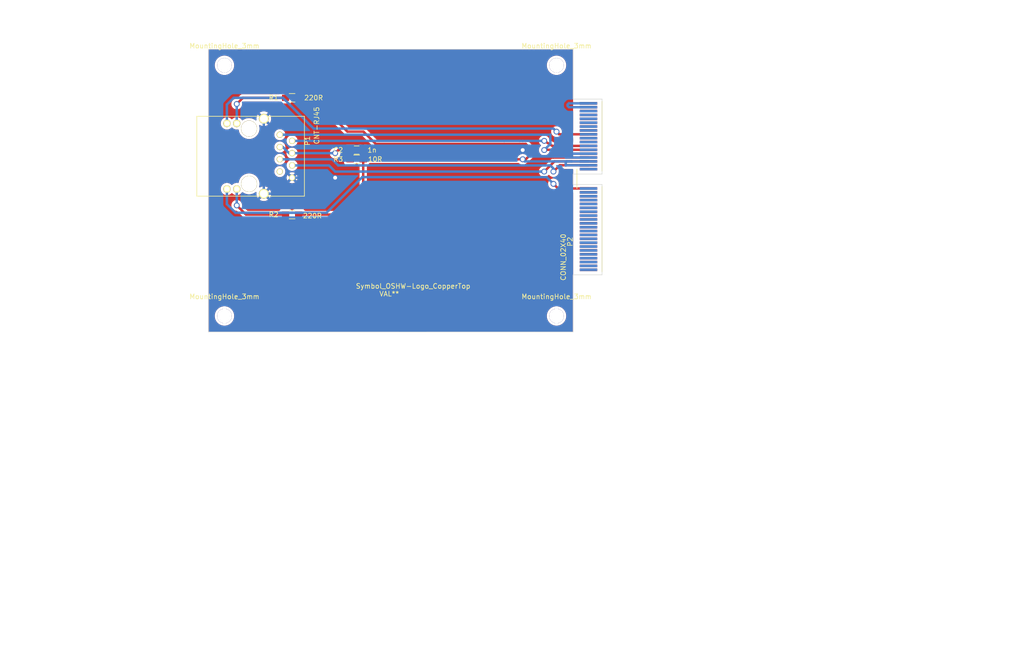
<source format=kicad_pcb>
(kicad_pcb (version 20221018) (generator pcbnew)
  (layers (0 "F.Cu" signal) (31 "B.Cu" signal) (34 "B.Paste" user) (35 "F.Paste" user) (36 "B.SilkS" user "B.Silkscreen") (37 "F.SilkS" user "F.Silkscreen") (38 "B.Mask" user) (39 "F.Mask" user) (44 "Edge.Cuts" user))
  (net 0 "")
  (net 1 "GND")
  (net 2 "Net-(C2-Pad2)")
  (net 3 "Net-(P2-Pad1)")
  (net 4 "Net-(P2-Pad2)")
  (net 5 "Net-(P2-Pad3)")
  (net 6 "Net-(P2-Pad4)")
  (net 7 "Net-(P2-Pad5)")
  (net 8 "Net-(P2-Pad6)")
  (net 9 "Net-(P2-Pad7)")
  (net 10 "Net-(P2-Pad8)")
  (net 11 "Net-(P2-Pad9)")
  (net 12 "Net-(P2-Pad10)")
  (net 13 "Net-(P2-Pad11)")
  (net 14 "Net-(P2-Pad12)")
  (net 15 "Net-(P2-Pad13)")
  (net 16 "Net-(P2-Pad14)")
  (net 17 "Net-(P2-Pad15)")
  (net 18 "Net-(P2-Pad16)")
  (net 19 "Net-(P2-Pad17)")
  (net 20 "Net-(P2-Pad18)")
  (net 21 "Net-(P2-Pad20)")
  (net 22 "Net-(P2-Pad19)")
  (net 23 "Net-(P2-Pad22)")
  (net 24 "Net-(P2-Pad21)")
  (net 25 "Net-(P2-Pad24)")
  (net 26 "Net-(P2-Pad23)")
  (net 27 "Net-(P2-Pad26)")
  (net 28 "Net-(P2-Pad25)")
  (net 29 "Net-(P2-Pad28)")
  (net 30 "Net-(P2-Pad27)")
  (net 31 "Net-(P2-Pad30)")
  (net 32 "Net-(P2-Pad29)")
  (net 33 "Net-(P2-Pad32)")
  (net 34 "Net-(P2-Pad31)")
  (net 35 "Net-(P2-Pad34)")
  (net 36 "Net-(P2-Pad33)")
  (net 37 "Net-(P2-Pad36)")
  (net 38 "Net-(P2-Pad35)")
  (net 39 "Net-(P2-Pad38)")
  (net 40 "Net-(P2-Pad37)")
  (net 41 "Net-(P2-Pad40)")
  (net 42 "Net-(P2-Pad39)")
  (net 43 "Net-(P2-Pad42)")
  (net 44 "Net-(P2-Pad41)")
  (net 45 "Net-(P2-Pad44)")
  (net 46 "LED2")
  (net 47 "Net-(P2-Pad45)")
  (net 48 "Net-(P2-Pad46)")
  (net 49 "TX+")
  (net 50 "+3V3")
  (net 51 "TX-")
  (net 52 "RX+")
  (net 53 "Net-(P2-Pad56)")
  (net 54 "RX-")
  (net 55 "Net-(P2-Pad58)")
  (net 56 "Net-(P2-Pad59)")
  (net 57 "Net-(P2-Pad60)")
  (net 58 "Net-(P2-Pad61)")
  (net 59 "Net-(P2-Pad62)")
  (net 60 "LED1")
  (net 61 "Net-(P2-Pad64)")
  (net 62 "Net-(P2-Pad65)")
  (net 63 "Net-(P2-Pad66)")
  (net 64 "Net-(P2-Pad67)")
  (net 65 "Net-(P2-Pad68)")
  (net 66 "Net-(P2-Pad69)")
  (net 67 "Net-(P2-Pad70)")
  (net 68 "Net-(P2-Pad71)")
  (net 69 "Net-(P2-Pad72)")
  (net 70 "Net-(P2-Pad73)")
  (net 71 "Net-(P2-Pad74)")
  (net 72 "Net-(P2-Pad75)")
  (net 73 "Net-(P2-Pad76)")
  (net 74 "Net-(P2-Pad77)")
  (net 75 "Net-(P2-Pad78)")
  (net 76 "Net-(P2-Pad79)")
  (net 77 "Net-(P1-Pad11)")
  (net 78 "Net-(P1-Pad13)")
  (net 79 "Net-(P1-Pad7)")
  (footprint "Capacitors_SMD:C_0805_HandSoldering" (layer "F.Cu") (at 142.875 80.01 180)
    (fp_text reference "C2" (at 3.81 0 180) (layer "F.SilkS"))
    (fp_text value "1n" (at -3.175 0 180) (layer "F.SilkS"))
    (fp_line (start -0.5 0.85) (end 0.5 0.85) (stroke (width 0.15)) (layer "F.SilkS"))
    (fp_line (start 0.5 -0.85) (end -0.5 -0.85) (stroke (width 0.15)) (layer "F.SilkS"))
    (pad "1" smd rect (at -1.25 0 180) (size 1.5 1.25) (layers "F.Cu" "F.Paste" "F.Mask") (net 1 "GND"))
    (pad "2" smd rect (at 1.25 0 180) (size 1.5 1.25) (layers "F.Cu" "F.Paste" "F.Mask") (net 2 "Net-(C2-Pad2)"))
  )
  (footprint "awallin:cardedge_40x2" (layer "F.Cu") (at 190.754 104.75)
    (fp_text reference "P2" (at -3.8 -5.8 90) (layer "F.SilkS"))
    (fp_text value "CONN_02X40" (at -5.2 -2.6 90) (layer "F.SilkS"))
    (fp_line (start -2.4 -16.8) (end -2.4 -20.8) (stroke (width 0.15)) (layer "F.SilkS"))
    (fp_line (start 2.8 -20.4) (end 2.8 -34.8) (stroke (width 0.15)) (layer "F.SilkS"))
    (fp_line (start 2.8 0.4) (end 2.8 -17.2) (stroke (width 0.15)) (layer "F.SilkS"))
    (pad "1" connect rect (at 0 0) (size 3.6 0.55) (layers "F.Cu" "F.Mask") (net 3 "Net-(P2-Pad1)"))
    (pad "2" connect rect (at 0 0) (size 3.6 0.55) (layers "B.Cu" "F.Mask") (net 4 "Net-(P2-Pad2)"))
    (pad "3" connect rect (at 0 -0.8) (size 3.6 0.55) (layers "F.Cu" "F.Mask") (net 5 "Net-(P2-Pad3)"))
    (pad "4" connect rect (at 0 -0.8) (size 3.6 0.55) (layers "B.Cu" "F.Mask") (net 6 "Net-(P2-Pad4)"))
    (pad "5" connect rect (at 0 -1.6) (size 3.6 0.55) (layers "F.Cu" "F.Mask") (net 7 "Net-(P2-Pad5)"))
    (pad "6" connect rect (at 0 -1.6) (size 3.6 0.55) (layers "B.Cu" "F.Mask") (net 8 "Net-(P2-Pad6)"))
    (pad "7" connect rect (at 0 -2.4) (size 3.6 0.55) (layers "F.Cu" "F.Mask") (net 9 "Net-(P2-Pad7)"))
    (pad "8" connect rect (at 0 -2.4) (size 3.6 0.55) (layers "B.Cu" "F.Mask") (net 10 "Net-(P2-Pad8)"))
    (pad "9" connect rect (at 0 -3.2) (size 3.6 0.55) (layers "F.Cu" "F.Mask") (net 11 "Net-(P2-Pad9)"))
    (pad "10" connect rect (at 0 -3.2) (size 3.6 0.55) (layers "B.Cu" "F.Mask") (net 12 "Net-(P2-Pad10)"))
    (pad "11" connect rect (at 0 -4) (size 3.6 0.55) (layers "F.Cu" "F.Mask") (net 13 "Net-(P2-Pad11)"))
    (pad "12" connect rect (at 0 -4) (size 3.6 0.55) (layers "B.Cu" "F.Mask") (net 14 "Net-(P2-Pad12)"))
    (pad "13" connect rect (at 0 -4.8) (size 3.6 0.55) (layers "F.Cu" "F.Mask") (net 15 "Net-(P2-Pad13)"))
    (pad "14" connect rect (at 0 -4.8) (size 3.6 0.55) (layers "B.Cu" "F.Mask") (net 16 "Net-(P2-Pad14)"))
    (pad "15" connect rect (at 0 -5.6) (size 3.6 0.55) (layers "F.Cu" "F.Mask") (net 17 "Net-(P2-Pad15)"))
    (pad "16" connect rect (at 0 -5.6) (size 3.6 0.55) (layers "B.Cu" "F.Mask") (net 18 "Net-(P2-Pad16)"))
    (pad "17" connect rect (at 0 -6.4) (size 3.6 0.55) (layers "F.Cu" "F.Mask") (net 19 "Net-(P2-Pad17)"))
    (pad "18" connect rect (at 0 -6.4) (size 3.6 0.55) (layers "B.Cu" "F.Mask") (net 20 "Net-(P2-Pad18)"))
    (pad "19" connect rect (at 0 -7.2) (size 3.6 0.55) (layers "F.Cu" "F.Mask") (net 22 "Net-(P2-Pad19)"))
    (pad "20" connect rect (at 0 -7.2) (size 3.6 0.55) (layers "B.Cu" "F.Mask") (net 21 "Net-(P2-Pad20)"))
    (pad "21" connect rect (at 0 -8) (size 3.6 0.55) (layers "F.Cu" "F.Mask") (net 24 "Net-(P2-Pad21)"))
    (pad "22" connect rect (at 0 -8) (size 3.6 0.55) (layers "B.Cu" "F.Mask") (net 23 "Net-(P2-Pad22)"))
    (pad "23" connect rect (at 0 -8.8) (size 3.6 0.55) (layers "F.Cu" "F.Mask") (net 26 "Net-(P2-Pad23)"))
    (pad "24" connect rect (at 0 -8.8) (size 3.6 0.55) (layers "B.Cu" "F.Mask") (net 25 "Net-(P2-Pad24)"))
    (pad "25" connect rect (at 0 -9.6) (size 3.6 0.55) (layers "F.Cu" "F.Mask") (net 28 "Net-(P2-Pad25)"))
    (pad "26" connect rect (at 0 -9.6) (size 3.6 0.55) (layers "B.Cu" "F.Mask") (net 27 "Net-(P2-Pad26)"))
    (pad "27" connect rect (at 0 -10.4) (size 3.6 0.55) (layers "F.Cu" "F.Mask") (net 30 "Net-(P2-Pad27)"))
    (pad "28" connect rect (at 0 -10.4) (size 3.6 0.55) (layers "B.Cu" "F.Mask") (net 29 "Net-(P2-Pad28)"))
    (pad "29" connect rect (at 0 -11.2) (size 3.6 0.55) (layers "F.Cu" "F.Mask") (net 32 "Net-(P2-Pad29)"))
    (pad "30" connect rect (at 0 -11.2) (size 3.6 0.55) (layers "B.Cu" "F.Mask") (net 31 "Net-(P2-Pad30)"))
    (pad "31" connect rect (at 0 -12) (size 3.6 0.55) (layers "F.Cu" "F.Mask") (net 34 "Net-(P2-Pad31)"))
    (pad "32" connect rect (at 0 -12) (size 3.6 0.55) (layers "B.Cu" "F.Mask") (net 33 "Net-(P2-Pad32)"))
    (pad "33" connect rect (at 0 -12.8) (size 3.6 0.55) (layers "F.Cu" "F.Mask") (net 36 "Net-(P2-Pad33)"))
    (pad "34" connect rect (at 0 -12.8) (size 3.6 0.55) (layers "B.Cu" "F.Mask") (net 35 "Net-(P2-Pad34)"))
    (pad "35" connect rect (at 0 -13.6) (size 3.6 0.55) (layers "F.Cu" "F.Mask") (net 38 "Net-(P2-Pad35)"))
    (pad "36" connect rect (at 0 -13.6) (size 3.6 0.55) (layers "B.Cu" "F.Mask") (net 37 "Net-(P2-Pad36)"))
    (pad "37" connect rect (at 0 -14.4) (size 3.6 0.55) (layers "F.Cu" "F.Mask") (net 40 "Net-(P2-Pad37)"))
    (pad "38" connect rect (at 0 -14.4) (size 3.6 0.55) (layers "B.Cu" "F.Mask") (net 39 "Net-(P2-Pad38)"))
    (pad "39" connect rect (at 0 -15.2) (size 3.6 0.55) (layers "F.Cu" "F.Mask") (net 42 "Net-(P2-Pad39)"))
    (pad "40" connect rect (at 0 -15.2) (size 3.6 0.55) (layers "B.Cu" "F.Mask") (net 41 "Net-(P2-Pad40)"))
    (pad "41" connect rect (at 0 -16) (size 3.6 0.55) (layers "F.Cu" "F.Mask") (net 44 "Net-(P2-Pad41)"))
    (pad "42" connect rect (at 0 -16) (size 3.6 0.55) (layers "B.Cu" "F.Mask") (net 43 "Net-(P2-Pad42)"))
    (pad "43" connect rect (at 0 -16.8) (size 3.6 0.55) (layers "F.Cu" "F.Mask") (net 46 "LED2"))
    (pad "44" connect rect (at 0 -16.8) (size 3.6 0.55) (layers "B.Cu" "F.Mask") (net 45 "Net-(P2-Pad44)"))
    (pad "45" connect rect (at 0 -20.8) (size 3.6 0.55) (layers "F.Cu" "F.Mask") (net 47 "Net-(P2-Pad45)"))
    (pad "46" connect rect (at 0 -20.8) (size 3.6 0.55) (layers "B.Cu" "F.Mask") (net 48 "Net-(P2-Pad46)"))
    (pad "47" connect rect (at 0 -21.6) (size 3.6 0.55) (layers "F.Cu" "F.Mask") (net 49 "TX+"))
    (pad "48" connect rect (at 0 -21.6) (size 3.6 0.55) (layers "B.Cu" "F.Mask") (net 50 "+3V3"))
    (pad "49" connect rect (at 0 -22.4) (size 3.6 0.55) (layers "F.Cu" "F.Mask") (net 51 "TX-"))
    (pad "50" connect rect (at 0 -22.4) (size 3.6 0.55) (layers "B.Cu" "F.Mask") (net 50 "+3V3"))
    (pad "51" connect rect (at 0 -23.2) (size 3.6 0.55) (layers "F.Cu" "F.Mask") (net 1 "GND"))
    (pad "52" connect rect (at 0 -23.2) (size 3.6 0.55) (layers "B.Cu" "F.Mask") (net 1 "GND"))
    (pad "53" connect rect (at 0 -24) (size 3.6 0.55) (layers "F.Cu" "F.Mask") (net 1 "GND"))
    (pad "54" connect rect (at 0 -24) (size 3.6 0.55) (layers "B.Cu" "F.Mask") (net 1 "GND"))
    (pad "55" connect rect (at 0 -24.8) (size 3.6 0.55) (layers "F.Cu" "F.Mask") (net 52 "RX+"))
    (pad "56" connect rect (at 0 -24.8) (size 3.6 0.55) (layers "B.Cu" "F.Mask") (net 53 "Net-(P2-Pad56)"))
    (pad "57" connect rect (at 0 -25.6) (size 3.6 0.55) (layers "F.Cu" "F.Mask") (net 54 "RX-"))
    (pad "58" connect rect (at 0 -25.6) (size 3.6 0.55) (layers "B.Cu" "F.Mask") (net 55 "Net-(P2-Pad58)"))
    (pad "59" connect rect (at 0 -26.4) (size 3.6 0.55) (layers "F.Cu" "F.Mask") (net 56 "Net-(P2-Pad59)"))
    (pad "60" connect rect (at 0 -26.4) (size 3.6 0.55) (layers "B.Cu" "F.Mask") (net 57 "Net-(P2-Pad60)"))
    (pad "61" connect rect (at 0 -27.2) (size 3.6 0.55) (layers "F.Cu" "F.Mask") (net 58 "Net-(P2-Pad61)"))
    (pad "62" connect rect (at 0 -27.2) (size 3.6 0.55) (layers "B.Cu" "F.Mask") (net 59 "Net-(P2-Pad62)"))
    (pad "63" connect rect (at 0 -28) (size 3.6 0.55) (layers "F.Cu" "F.Mask") (net 60 "LED1"))
    (pad "64" connect rect (at 0 -28) (size 3.6 0.55) (layers "B.Cu" "F.Mask") (net 61 "Net-(P2-Pad64)"))
    (pad "65" connect rect (at 0 -28.8) (size 3.6 0.55) (layers "F.Cu" "F.Mask") (net 62 "Net-(P2-Pad65)"))
    (pad "66" connect rect (at 0 -28.8) (size 3.6 0.55) (layers "B.Cu" "F.Mask") (net 63 "Net-(P2-Pad66)"))
    (pad "67" connect rect (at 0 -29.6) (size 3.6 0.55) (layers "F.Cu" "F.Mask") (net 64 "Net-(P2-Pad67)"))
    (pad "68" connect rect (at 0 -29.6) (size 3.6 0.55) (layers "B.Cu" "F.Mask") (net 65 "Net-(P2-Pad68)"))
    (pad "69" connect rect (at 0 -30.4) (size 3.6 0.55) (layers "F.Cu" "F.Mask") (net 66 "Net-(P2-Pad69)"))
    (pad "70" connect rect (at 0 -30.4) (size 3.6 0.55) (layers "B.Cu" "F.Mask") (net 67 "Net-(P2-Pad70)"))
    (pad "71" connect rect (at 0 -31.2) (size 3.6 0.55) (layers "F.Cu" "F.Mask") (net 68 "Net-(P2-Pad71)"))
    (pad "72" connect rect (at 0 -31.2) (size 3.6 0.55) (layers "B.Cu" "F.Mask") (net 69 "Net-(P2-Pad72)"))
    (pad "73" connect rect (at 0 -32) (size 3.6 0.55) (layers "F.Cu" "F.Mask") (net 70 "Net-(P2-Pad73)"))
    (pad "74" connect rect (at 0 -32) (size 3.6 0.55) (layers "B.Cu" "F.Mask") (net 71 "Net-(P2-Pad74)"))
    (pad "75" connect rect (at 0 -32.8) (size 3.6 0.55) (layers "F.Cu" "F.Mask") (net 72 "Net-(P2-Pad75)"))
    (pad "76" connect rect (at 0 -32.8) (size 3.6 0.55) (layers "B.Cu" "F.Mask") (net 73 "Net-(P2-Pad76)"))
    (pad "77" connect rect (at 0 -33.6) (size 3.6 0.55) (layers "F.Cu" "F.Mask") (net 74 "Net-(P2-Pad77)"))
    (pad "78" connect rect (at 0 -33.6) (size 3.6 0.55) (layers "B.Cu" "F.Mask") (net 75 "Net-(P2-Pad78)"))
    (pad "79" connect rect (at 0 -34.4) (size 3.6 0.55) (layers "F.Cu" "F.Mask") (net 76 "Net-(P2-Pad79)"))
    (pad "80" connect rect (at 0 -34.4) (size 3.6 0.55) (layers "B.Cu" "F.Mask") (net 75 "Net-(P2-Pad78)"))
  )
  (footprint "Resistors_SMD:R_0805_HandSoldering" (layer "F.Cu") (at 129.54 69.215 180)
    (fp_text reference "R1" (at 3.81 0 180) (layer "F.SilkS"))
    (fp_text value "220R" (at -4.445 0 180) (layer "F.SilkS"))
    (fp_line (start -0.6 -0.875) (end 0.6 -0.875) (stroke (width 0.15)) (layer "F.SilkS"))
    (fp_line (start 0.6 0.875) (end -0.6 0.875) (stroke (width 0.15)) (layer "F.SilkS"))
    (pad "1" smd rect (at -1.35 0 180) (size 1.5 1.3) (layers "F.Cu" "F.Paste" "F.Mask") (net 50 "+3V3"))
    (pad "2" smd rect (at 1.35 0 180) (size 1.5 1.3) (layers "F.Cu" "F.Paste" "F.Mask") (net 77 "Net-(P1-Pad11)"))
  )
  (footprint "Resistors_SMD:R_0805_HandSoldering" (layer "F.Cu") (at 129.54 93.345 180)
    (fp_text reference "R2" (at 3.81 0 180) (layer "F.SilkS"))
    (fp_text value "220R" (at -4.191 -0.254 180) (layer "F.SilkS"))
    (fp_line (start -0.6 -0.875) (end 0.6 -0.875) (stroke (width 0.15)) (layer "F.SilkS"))
    (fp_line (start 0.6 0.875) (end -0.6 0.875) (stroke (width 0.15)) (layer "F.SilkS"))
    (pad "1" smd rect (at -1.35 0 180) (size 1.5 1.3) (layers "F.Cu" "F.Paste" "F.Mask") (net 50 "+3V3"))
    (pad "2" smd rect (at 1.35 0 180) (size 1.5 1.3) (layers "F.Cu" "F.Paste" "F.Mask") (net 78 "Net-(P1-Pad13)"))
  )
  (footprint "Resistors_SMD:R_0805_HandSoldering" (layer "F.Cu") (at 142.875 81.915 180)
    (fp_text reference "R3" (at 3.81 0 180) (layer "F.SilkS"))
    (fp_text value "10R" (at -3.81 0 180) (layer "F.SilkS"))
    (fp_line (start -0.6 -0.875) (end 0.6 -0.875) (stroke (width 0.15)) (layer "F.SilkS"))
    (fp_line (start 0.6 0.875) (end -0.6 0.875) (stroke (width 0.15)) (layer "F.SilkS"))
    (pad "1" smd rect (at -1.35 0 180) (size 1.5 1.3) (layers "F.Cu" "F.Paste" "F.Mask") (net 50 "+3V3"))
    (pad "2" smd rect (at 1.35 0 180) (size 1.5 1.3) (layers "F.Cu" "F.Paste" "F.Mask") (net 2 "Net-(C2-Pad2)"))
  )
  (footprint "awallin:ETH-MAGJACK" (layer "F.Cu") (at 120.65 81.28 -90)
    (fp_text reference "P1" (at -3.175 -12.065 270) (layer "F.SilkS"))
    (fp_text value "CNT-RJ45" (at -6.35 -13.97 270) (layer "F.SilkS"))
    (fp_line (start -8.255 -11.43) (end -8.255 10.795) (stroke (width 0.15)) (layer "F.SilkS"))
    (fp_line (start -8.255 10.795) (end 8.255 10.795) (stroke (width 0.15)) (layer "F.SilkS"))
    (fp_line (start 8.255 -11.43) (end -8.255 -11.43) (stroke (width 0.15)) (layer "F.SilkS"))
    (fp_line (start 8.255 10.795) (end 8.255 -11.43) (stroke (width 0.15)) (layer "F.SilkS"))
    (pad "1" thru_hole circle (at -4.445 -6.35 270) (size 1.27 1.27) (drill 0.889) (layers "*.Cu" "*.Mask" "F.SilkS") (net 52 "RX+"))
    (pad "2" thru_hole circle (at -3.175 -8.89 270) (size 1.27 1.27) (drill 0.889) (layers "*.Cu" "*.Mask" "F.SilkS") (net 54 "RX-"))
    (pad "3" thru_hole circle (at -1.905 -6.35 270) (size 1.27 1.27) (drill 0.889) (layers "*.Cu" "*.Mask" "F.SilkS") (net 2 "Net-(C2-Pad2)"))
    (pad "4" thru_hole circle (at -0.635 -8.89 270) (size 1.27 1.27) (drill 0.889) (layers "*.Cu" "*.Mask" "F.SilkS") (net 2 "Net-(C2-Pad2)"))
    (pad "5" thru_hole circle (at 0.635 -6.35 270) (size 1.27 1.27) (drill 0.889) (layers "*.Cu" "*.Mask" "F.SilkS") (net 49 "TX+"))
    (pad "6" thru_hole circle (at 1.905 -8.89 270) (size 1.27 1.27) (drill 0.889) (layers "*.Cu" "*.Mask" "F.SilkS") (net 51 "TX-"))
    (pad "7" thru_hole circle (at 3.175 -6.35 270) (size 1.27 1.27) (drill 0.889) (layers "*.Cu" "*.Mask" "F.SilkS") (net 79 "Net-(P1-Pad7)"))
    (pad "8" thru_hole circle (at 4.445 -8.89 270) (size 1.27 1.27) (drill 0.889) (layers "*.Cu" "*.Mask" "F.SilkS") (net 1 "GND"))
    (pad "9" thru_hole circle (at -7.747 -3.048 270) (size 2.032 2.032) (drill 1.5748) (layers "*.Cu" "*.Mask" "F.SilkS") (net 1 "GND"))
    (pad "10" thru_hole circle (at 7.747 -3.048 270) (size 2.032 2.032) (drill 1.5748) (layers "*.Cu" "*.Mask" "F.SilkS") (net 1 "GND"))
    (pad "11" thru_hole circle (at -6.7818 2.54 270) (size 1.524 1.524) (drill 1.016) (layers "*.Cu" "*.Mask" "F.SilkS") (net 77 "Net-(P1-Pad11)"))
    (pad "12" thru_hole circle (at -6.7818 4.572 270) (size 1.524 1.524) (drill 1.016) (layers "*.Cu" "*.Mask" "F.SilkS") (net 60 "LED1"))
    (pad "13" thru_hole circle (at 6.7818 2.54 270) (size 1.524 1.524) (drill 1.016) (layers "*.Cu" "*.Mask" "F.SilkS") (net 78 "Net-(P1-Pad13)"))
    (pad "14" thru_hole circle (at 6.7818 4.572 270) (size 1.524 1.524) (drill 1.016) (layers "*.Cu" "*.Mask" "F.SilkS") (net 46 "LED2"))
    (pad "h0" thru_hole circle (at -5.715 0 270) (size 3.302 3.302) (drill 3.2004) (layers "*.Cu" "*.Mask" "F.SilkS"))
    (pad "h1" thru_hole circle (at 5.715 0 270) (size 3.302 3.302) (drill 3.2004) (layers "*.Cu" "*.Mask" "F.SilkS"))
  )
  (footprint "Symbols:Symbol_OSHW-Logo_CopperTop" (layer "F.Cu") (at 154.432 112.522)
    (fp_text reference "Symbol_OSHW-Logo_CopperTop" (at 0.09906 -4.38912) (layer "F.SilkS"))
    (fp_text value "VAL**" (at -4.826 -2.794) (layer "F.SilkS"))
    (fp_line (start -2.9591 3.40106) (end -2.93116 3.74904) (stroke (width 0.381)) (layer "F.Cu"))
    (fp_line (start -2.93116 3.74904) (end -2.7305 4.06908) (stroke (width 0.381)) (layer "F.Cu"))
    (fp_line (start -2.8702 2.91084) (end -2.9591 3.40106) (stroke (width 0.381)) (layer "F.Cu"))
    (fp_line (start -2.7305 4.06908) (end -2.47904 4.191) (stroke (width 0.381)) (layer "F.Cu"))
    (fp_line (start -2.6289 2.66954) (end -2.8702 2.91084) (stroke (width 0.381)) (layer "F.Cu"))
    (fp_line (start -2.4892 0.32004) (end -1.9304 0.5207) (stroke (width 0.381)) (layer "F.Cu"))
    (fp_line (start -2.47904 -0.381) (end -2.4892 0.32004) (stroke (width 0.381)) (layer "F.Cu"))
    (fp_line (start -2.47904 4.191) (end -2.16916 4.11988) (stroke (width 0.381)) (layer "F.Cu"))
    (fp_line (start -2.37998 2.64922) (end -2.6289 2.66954) (stroke (width 0.381)) (layer "F.Cu"))
    (fp_line (start -2.16916 4.11988) (end -1.95072 3.93954) (stroke (width 0.381)) (layer "F.Cu"))
    (fp_line (start -2.03962 1.49098) (end -1.50114 2.00914) (stroke (width 0.381)) (layer "F.Cu"))
    (fp_line (start -2.03962 2.78892) (end -2.4003 2.65938) (stroke (width 0.381)) (layer "F.Cu"))
    (fp_line (start -2.00914 -1.50114) (end -1.76022 -0.96012) (stroke (width 0.381)) (layer "F.Cu"))
    (fp_line (start -1.95072 3.93954) (end -1.8796 3.4798) (stroke (width 0.381)) (layer "F.Cu"))
    (fp_line (start -1.9304 -0.48006) (end -2.47904 -0.381) (stroke (width 0.381)) (layer "F.Cu"))
    (fp_line (start -1.9304 0.5207) (end -1.7907 0.91948) (stroke (width 0.381)) (layer "F.Cu"))
    (fp_line (start -1.9304 3.07086) (end -2.03962 2.78892) (stroke (width 0.381)) (layer "F.Cu"))
    (fp_line (start -1.8796 3.4798) (end -1.9304 3.07086) (stroke (width 0.381)) (layer "F.Cu"))
    (fp_line (start -1.78054 0.92964) (end -2.03962 1.49098) (stroke (width 0.381)) (layer "F.Cu"))
    (fp_line (start -1.76022 -0.96012) (end -1.9304 -0.48006) (stroke (width 0.381)) (layer "F.Cu"))
    (fp_line (start -1.50114 2.00914) (end -0.98044 1.7399) (stroke (width 0.381)) (layer "F.Cu"))
    (fp_line (start -1.49098 -2.02946) (end -2.00914 -1.50114) (stroke (width 0.381)) (layer "F.Cu"))
    (fp_line (start -1.29032 3.12928) (end -1.04902 3.37058) (stroke (width 0.381)) (layer "F.Cu"))
    (fp_line (start -1.25984 2.86004) (end -1.29032 3.12928) (stroke (width 0.381)) (layer "F.Cu"))
    (fp_line (start -1.04902 3.37058) (end -0.6604 3.50012) (stroke (width 0.381)) (layer "F.Cu"))
    (fp_line (start -1.02108 2.65938) (end -1.25984 2.86004) (stroke (width 0.381)) (layer "F.Cu"))
    (fp_line (start -1.00076 -0.09906) (end -0.94996 0.39878) (stroke (width 0.381)) (layer "F.Cu"))
    (fp_line (start -0.9906 4.20878) (end -1.34112 4.09956) (stroke (width 0.381)) (layer "F.Cu"))
    (fp_line (start -0.98044 1.7399) (end -0.70104 1.89992) (stroke (width 0.381)) (layer "F.Cu"))
    (fp_line (start -0.94996 0.39878) (end -0.70104 0.70104) (stroke (width 0.381)) (layer "F.Cu"))
    (fp_line (start -0.9398 -1.76022) (end -1.49098 -2.02946) (stroke (width 0.381)) (layer "F.Cu"))
    (fp_line (start -0.8509 -0.55118) (end -1.00076 -0.09906) (stroke (width 0.381)) (layer "F.Cu"))
    (fp_line (start -0.70104 0.70104) (end -0.35052 0.89916) (stroke (width 0.381)) (layer "F.Cu"))
    (fp_line (start -0.70104 2.66954) (end -1.02108 2.65938) (stroke (width 0.381)) (layer "F.Cu"))
    (fp_line (start -0.67056 4.18084) (end -0.9906 4.20878) (stroke (width 0.381)) (layer "F.Cu"))
    (fp_line (start -0.6604 3.50012) (end -0.48006 3.66014) (stroke (width 0.381)) (layer "F.Cu"))
    (fp_line (start -0.5207 -1.9304) (end -0.9398 -1.76022) (stroke (width 0.381)) (layer "F.Cu"))
    (fp_line (start -0.48006 3.66014) (end -0.43942 3.95986) (stroke (width 0.381)) (layer "F.Cu"))
    (fp_line (start -0.44958 -0.89916) (end -0.8509 -0.55118) (stroke (width 0.381)) (layer "F.Cu"))
    (fp_line (start -0.43942 3.95986) (end -0.67056 4.18084) (stroke (width 0.381)) (layer "F.Cu"))
    (fp_line (start -0.35052 0.89916) (end -0.70104 1.89992) (stroke (width 0.381)) (layer "F.Cu"))
    (fp_line (start -0.35052 2.75082) (end -0.70104 2.66954) (stroke (width 0.381)) (layer "F.Cu"))
    (fp_line (start -0.30988 -2.47904) (end -0.5207 -1.9304) (stroke (width 0.381)) (layer "F.Cu"))
    (fp_line (start -0.0508 -1.00076) (end -0.44958 -0.89916) (stroke (width 0.381)) (layer "F.Cu"))
    (fp_line (start 0.20066 2.64922) (end 0.20066 4.21894) (stroke (width 0.381)) (layer "F.Cu"))
    (fp_line (start 0.20066 4.21894) (end 0.21082 4.20878) (stroke (width 0.381)) (layer "F.Cu"))
    (fp_line (start 0.24892 3.38074) (end 1.03886 3.37058) (stroke (width 0.381)) (layer "F.Cu"))
    (fp_line (start 0.35052 0.89916) (end 0.65024 0.7493) (stroke (width 0.381)) (layer "F.Cu"))
    (fp_line (start 0.35052 0.89916) (end 0.7493 1.89992) (stroke (width 0.381)) (layer "F.Cu"))
    (fp_line (start 0.381 -2.46126) (end -0.30988 -2.47904) (stroke (width 0.381)) (layer "F.Cu"))
    (fp_line (start 0.39878 -0.94996) (end -0.0508 -1.00076) (stroke (width 0.381)) (layer "F.Cu"))
    (fp_line (start 0.55118 -1.92024) (end 0.381 -2.46126) (stroke (width 0.381)) (layer "F.Cu"))
    (fp_line (start 0.65024 0.7493) (end 0.8509 0.55118) (stroke (width 0.381)) (layer "F.Cu"))
    (fp_line (start 0.73914 1.8796) (end 1.06934 1.6891) (stroke (width 0.381)) (layer "F.Cu"))
    (fp_line (start 0.8509 -0.59944) (end 0.39878 -0.94996) (stroke (width 0.381)) (layer "F.Cu"))
    (fp_line (start 0.8509 0.55118) (end 1.00076 0.14986) (stroke (width 0.381)) (layer "F.Cu"))
    (fp_line (start 1.00076 -0.24892) (end 0.8509 -0.59944) (stroke (width 0.381)) (layer "F.Cu"))
    (fp_line (start 1.00076 0.14986) (end 1.00076 -0.24892) (stroke (width 0.381)) (layer "F.Cu"))
    (fp_line (start 1.02108 -1.71958) (end 0.55118 -1.92024) (stroke (width 0.381)) (layer "F.Cu"))
    (fp_line (start 1.03886 3.37058) (end 1.04902 3.38074) (stroke (width 0.381)) (layer "F.Cu"))
    (fp_line (start 1.04902 3.38074) (end 1.04902 3.37058) (stroke (width 0.381)) (layer "F.Cu"))
    (fp_line (start 1.06934 1.6891) (end 1.50876 2.0193) (stroke (width 0.381)) (layer "F.Cu"))
    (fp_line (start 1.08966 2.65938) (end 1.08966 4.20116) (stroke (width 0.381)) (layer "F.Cu"))
    (fp_line (start 1.50876 2.0193) (end 1.9812 1.52908) (stroke (width 0.381)) (layer "F.Cu"))
    (fp_line (start 1.53924 -1.9812) (end 1.02108 -1.71958) (stroke (width 0.381)) (layer "F.Cu"))
    (fp_line (start 1.66878 2.68986) (end 2.02946 4.16052) (stroke (width 0.381)) (layer "F.Cu"))
    (fp_line (start 1.69926 1.04902) (end 1.88976 0.57912) (stroke (width 0.381)) (layer "F.Cu"))
    (fp_line (start 1.7399 -1.00076) (end 2.00914 -1.47066) (stroke (width 0.381)) (layer "F.Cu"))
    (fp_line (start 1.88976 0.57912) (end 2.49936 0.39116) (stroke (width 0.381)) (layer "F.Cu"))
    (fp_line (start 1.94056 -0.42926) (end 1.7399 -1.00076) (stroke (width 0.381)) (layer "F.Cu"))
    (fp_line (start 1.9812 1.52908) (end 1.69926 1.04902) (stroke (width 0.381)) (layer "F.Cu"))
    (fp_line (start 2.00914 -1.47066) (end 1.53924 -1.9812) (stroke (width 0.381)) (layer "F.Cu"))
    (fp_line (start 2.02946 4.16052) (end 2.30886 3.0988) (stroke (width 0.381)) (layer "F.Cu"))
    (fp_line (start 2.30886 3.0988) (end 2.61874 4.17068) (stroke (width 0.381)) (layer "F.Cu"))
    (fp_line (start 2.49936 -0.28956) (end 1.94056 -0.42926) (stroke (width 0.381)) (layer "F.Cu"))
    (fp_line (start 2.49936 0.39116) (end 2.49936 -0.28956) (stroke (width 0.381)) (layer "F.Cu"))
    (fp_line (start 2.61874 4.17068) (end 2.9591 2.72034) (stroke (width 0.381)) (layer "F.Cu"))
  )
  (footprint "Mounting_Holes:MountingHole_3mm" (layer "F.Cu") (at 115.57 114.3)
    (fp_text reference "MountingHole_3mm" (at 0 -4.0005) (layer "F.SilkS"))
    (fp_text value "VAL**" hide)
    (pad "" thru_hole circle (at 0 0) (size 2.99974 2.99974) (drill 2.99974) (layers))
  )
  (footprint "Mounting_Holes:MountingHole_3mm" (layer "F.Cu") (at 115.57 62.484)
    (fp_text reference "MountingHole_3mm" (at 0 -4.0005) (layer "F.SilkS"))
    (fp_text value "VAL**" hide)
    (pad "" thru_hole circle (at 0 0) (size 2.99974 2.99974) (drill 2.99974) (layers))
  )
  (footprint "Mounting_Holes:MountingHole_3mm" (layer "F.Cu") (at 184.15 62.484)
    (fp_text reference "MountingHole_3mm" (at 0 -4.0005) (layer "F.SilkS"))
    (fp_text value "VAL**" hide)
    (pad "" thru_hole circle (at 0 0) (size 2.99974 2.99974) (drill 2.99974) (layers))
  )
  (footprint "Mounting_Holes:MountingHole_3mm" (layer "F.Cu") (at 184.15 114.3)
    (fp_text reference "MountingHole_3mm" (at 0 -4.0005) (layer "F.SilkS"))
    (fp_text value "VAL**" hide)
    (pad "" thru_hole circle (at 0 0) (size 2.99974 2.99974) (drill 2.99974) (layers))
  )
  (gr_line (start 193.548 105.791) (end 193.548 87.122) (stroke (width 0.1)) (layer "Edge.Cuts"))
  (gr_line (start 187.579 84.963) (end 193.548 84.963) (stroke (width 0.1)) (layer "Edge.Cuts"))
  (gr_line (start 193.548 84.963) (end 193.548 69.469) (stroke (width 0.1)) (layer "Edge.Cuts"))
  (gr_line (start 193.548 69.469) (end 187.579 69.469) (stroke (width 0.1)) (layer "Edge.Cuts"))
  (gr_line (start 193.548 87.122) (end 187.579 87.122) (stroke (width 0.1)) (layer "Edge.Cuts"))
  (gr_line (start 187.579 105.791) (end 193.548 105.791) (stroke (width 0.1)) (layer "Edge.Cuts"))
  (gr_line (start 187.579 59.182) (end 112.268 59.182) (stroke (width 0.1)) (layer "Edge.Cuts"))
  (gr_line (start 187.579 117.602) (end 187.579 105.791) (stroke (width 0.1)) (layer "Edge.Cuts"))
  (gr_line (start 187.579 69.469) (end 187.579 59.182) (stroke (width 0.1)) (layer "Edge.Cuts"))
  (gr_line (start 112.268 117.602) (end 179.578 117.602) (stroke (width 0.1)) (layer "Edge.Cuts"))
  (gr_line (start 112.268 59.182) (end 112.268 117.602) (stroke (width 0.1)) (layer "Edge.Cuts"))
  (gr_line (start 187.579 87.122) (end 187.579 84.963) (stroke (width 0.1)) (layer "Edge.Cuts"))
  (gr_line (start 179.578 117.602) (end 187.579 117.602) (stroke (width 0.1)) (layer "Edge.Cuts"))
  (gr_text "DIY DSOXLAN\nAW 2014-12-13" (at 168.91 113.792) (layer "F.Cu") (effects (font (size 1.5 1.5) (thickness 0.3))))
  (segment (start 138.43 85.725) (end 136.525 83.82) (width 0.5) (layer "F.Cu") (net 1))
  (segment (start 136.525 83.82) (end 136.525 80.01) (width 0.5) (layer "F.Cu") (net 1))
  (segment (start 136.525 80.01) (end 138.43 78.105) (width 0.5) (layer "F.Cu") (net 1))
  (segment (start 138.43 78.105) (end 144.145 78.105) (width 0.5) (layer "F.Cu") (net 1))
  (segment (start 144.145 78.105) (end 144.125 78.125) (width 0.5) (layer "F.Cu") (net 1))
  (segment (start 144.125 78.125) (end 144.125 80.01) (width 0.5) (layer "F.Cu") (net 1))
  (segment (start 183.404 81.55) (end 183.388 81.534) (width 0.5) (layer "F.Cu") (net 1))
  (segment (start 183.388 81.534) (end 183.388 81.212002) (width 0.5) (layer "F.Cu") (net 1))
  (segment (start 183.388 81.212002) (end 183.850002 80.75) (width 0.5) (layer "F.Cu") (net 1))
  (segment (start 183.850002 80.75) (end 190.754 80.75) (width 0.5) (layer "F.Cu") (net 1))
  (segment (start 144.125 80.01) (end 177.165 80.01) (width 0.5) (layer "F.Cu") (net 1))
  (segment (start 190.754 81.55) (end 183.404 81.55) (width 0.5) (layer "F.Cu") (net 1))
  (via (at 138.43 85.725) (size 1.2) (drill 0.8) (layers "F.Cu" "B.Cu") (net 1))
  (via (at 177.165 80.01) (size 1.2) (drill 0.8) (layers "F.Cu" "B.Cu") (net 1))
  (segment (start 186.100998 81.55) (end 186.055 81.504002) (width 0.5) (layer "B.Cu") (net 1))
  (segment (start 186.055 81.504002) (end 186.055 81.28) (width 0.5) (layer "B.Cu") (net 1))
  (segment (start 177.165 80.01) (end 178.435 81.28) (width 0.5) (layer "B.Cu") (net 1))
  (segment (start 178.435 81.28) (end 181.61 81.28) (width 0.5) (layer "B.Cu") (net 1))
  (segment (start 181.61 81.28) (end 182.245 81.28) (width 0.5) (layer "B.Cu") (net 1))
  (segment (start 182.245 81.28) (end 186.055 81.28) (width 0.5) (layer "B.Cu") (net 1))
  (segment (start 186.585 80.75) (end 186.055 81.28) (width 0.5) (layer "B.Cu") (net 1))
  (segment (start 126.238 89.027) (end 129.54 85.725) (width 0.5) (layer "B.Cu") (net 1))
  (segment (start 123.698 89.027) (end 123.698 73.533) (width 0.5) (layer "B.Cu") (net 1))
  (segment (start 190.754 80.75) (end 186.585 80.75) (width 0.5) (layer "B.Cu") (net 1))
  (segment (start 123.698 89.027) (end 126.238 89.027) (width 0.5) (layer "B.Cu") (net 1))
  (segment (start 190.754 81.55) (end 186.100998 81.55) (width 0.5) (layer "B.Cu") (net 1))
  (segment (start 129.54 85.725) (end 138.43 85.725) (width 0.5) (layer "B.Cu") (net 1))
  (segment (start 138.43 80.645) (end 139.065 80.01) (width 0.5) (layer "F.Cu") (net 2))
  (segment (start 139.065 80.01) (end 141.625 80.01) (width 0.5) (layer "F.Cu") (net 2))
  (segment (start 141.525 80.11) (end 141.625 80.01) (width 0.5) (layer "F.Cu") (net 2))
  (segment (start 141.525 81.915) (end 141.525 80.11) (width 0.5) (layer "F.Cu") (net 2))
  (via (at 138.43 80.645) (size 1.2) (drill 0.8) (layers "F.Cu" "B.Cu") (net 2))
  (segment (start 127.635 79.375) (end 128.905 80.645) (width 0.5) (layer "B.Cu") (net 2))
  (segment (start 128.905 80.645) (end 129.54 80.645) (width 0.5) (layer "B.Cu") (net 2))
  (segment (start 127 79.375) (end 127.635 79.375) (width 0.5) (layer "B.Cu") (net 2))
  (segment (start 129.54 80.645) (end 138.43 80.645) (width 0.5) (layer "B.Cu") (net 2))
  (segment (start 183.515 86.995) (end 184.47 87.95) (width 0.5) (layer "F.Cu") (net 46))
  (segment (start 184.47 87.95) (end 190.754 87.95) (width 0.5) (layer "F.Cu") (net 46))
  (via (at 183.515 86.995) (size 1.2) (drill 0.8) (layers "F.Cu" "B.Cu") (net 46))
  (segment (start 116.078 91.186) (end 117.856 92.964) (width 0.5) (layer "B.Cu") (net 46))
  (segment (start 117.856 92.964) (end 136.652 92.964) (width 0.5) (layer "B.Cu") (net 46))
  (segment (start 136.652 92.964) (end 144.018 85.598) (width 0.5) (layer "B.Cu") (net 46))
  (segment (start 144.018 85.598) (end 182.118 85.598) (width 0.5) (layer "B.Cu") (net 46))
  (segment (start 182.118 85.598) (end 183.515 86.995) (width 0.5) (layer "B.Cu") (net 46))
  (segment (start 116.078 88.0618) (end 116.078 91.186) (width 0.5) (layer "B.Cu") (net 46))
  (segment (start 183.515 84.455) (end 184.82 83.15) (width 0.5) (layer "F.Cu") (net 49))
  (segment (start 184.82 83.15) (end 190.754 83.15) (width 0.5) (layer "F.Cu") (net 49))
  (via (at 183.515 84.455) (size 1.2) (drill 0.8) (layers "F.Cu" "B.Cu") (net 49))
  (segment (start 137.795 81.915) (end 139.065 83.185) (width 0.5) (layer "B.Cu") (net 49))
  (segment (start 139.065 83.185) (end 182.88 83.185) (width 0.5) (layer "B.Cu") (net 49))
  (segment (start 182.88 83.185) (end 183.515 83.82) (width 0.5) (layer "B.Cu") (net 49))
  (segment (start 183.515 83.82) (end 183.515 84.455) (width 0.5) (layer "B.Cu") (net 49))
  (segment (start 127 81.915) (end 137.795 81.915) (width 0.5) (layer "B.Cu") (net 49))
  (segment (start 139.7 93.345) (end 130.89 93.345) (width 0.5) (layer "F.Cu") (net 50))
  (segment (start 140.335 93.345) (end 144.225 89.455) (width 0.5) (layer "F.Cu") (net 50))
  (segment (start 177.165 81.915) (end 144.225 81.915) (width 0.5) (layer "F.Cu") (net 50))
  (segment (start 177.8 81.915) (end 179.07 80.645) (width 0.5) (layer "F.Cu") (net 50))
  (segment (start 179.07 80.645) (end 179.07 80.518) (width 0.5) (layer "F.Cu") (net 50))
  (segment (start 140.97 76.2) (end 133.985 69.215) (width 0.5) (layer "F.Cu") (net 50))
  (segment (start 133.985 69.215) (end 130.89 69.215) (width 0.5) (layer "F.Cu") (net 50))
  (segment (start 179.07 80.01) (end 177.8 78.74) (width 0.5) (layer "F.Cu") (net 50))
  (segment (start 177.8 78.74) (end 146.812 78.74) (width 0.5) (layer "F.Cu") (net 50))
  (segment (start 146.812 78.74) (end 144.272 76.2) (width 0.5) (layer "F.Cu") (net 50))
  (segment (start 144.272 76.2) (end 140.97 76.2) (width 0.5) (layer "F.Cu") (net 50))
  (segment (start 144.225 81.915) (end 144.225 89.455) (width 0.5) (layer "F.Cu") (net 50))
  (segment (start 179.07 80.518) (end 179.07 80.01) (width 0.5) (layer "F.Cu") (net 50))
  (segment (start 139.7 93.345) (end 140.335 93.345) (width 0.5) (layer "F.Cu") (net 50))
  (segment (start 177.165 81.915) (end 177.8 81.915) (width 0.5) (layer "F.Cu") (net 50))
  (via (at 177.165 81.915) (size 1.2) (drill 0.8) (layers "F.Cu" "B.Cu") (net 50))
  (segment (start 186.255 82.35) (end 186.055 82.55) (width 0.5) (layer "B.Cu") (net 50))
  (segment (start 186.055 82.55) (end 186.055 83.185) (width 0.5) (layer "B.Cu") (net 50))
  (segment (start 186.055 83.185) (end 186.09 83.15) (width 0.5) (layer "B.Cu") (net 50))
  (segment (start 186.09 83.15) (end 190.754 83.15) (width 0.5) (layer "B.Cu") (net 50))
  (segment (start 187.325 82.35) (end 186.255 82.35) (width 0.5) (layer "B.Cu") (net 50))
  (segment (start 177.6 82.35) (end 177.165 81.915) (width 0.5) (layer "B.Cu") (net 50))
  (segment (start 190.754 82.35) (end 187.325 82.35) (width 0.5) (layer "B.Cu") (net 50))
  (segment (start 187.325 82.35) (end 177.6 82.35) (width 0.5) (layer "B.Cu") (net 50))
  (segment (start 183.715 82.35) (end 181.61 84.455) (width 0.5) (layer "F.Cu") (net 51))
  (segment (start 190.754 82.35) (end 183.715 82.35) (width 0.5) (layer "F.Cu") (net 51))
  (via (at 181.61 84.455) (size 1.2) (drill 0.8) (layers "F.Cu" "B.Cu") (net 51))
  (segment (start 181.61 84.455) (end 138.43 84.455) (width 0.5) (layer "B.Cu") (net 51))
  (segment (start 138.43 84.455) (end 137.16 83.185) (width 0.5) (layer "B.Cu") (net 51))
  (segment (start 137.16 83.185) (end 129.54 83.185) (width 0.5) (layer "B.Cu") (net 51))
  (segment (start 181.61 80.01) (end 181.67 79.95) (width 0.5) (layer "F.Cu") (net 52))
  (segment (start 181.67 79.95) (end 190.754 79.95) (width 0.5) (layer "F.Cu") (net 52))
  (via (at 181.61 80.01) (size 1.2) (drill 0.8) (layers "F.Cu" "B.Cu") (net 52))
  (segment (start 176.53 76.835) (end 177.165 76.835) (width 0.5) (layer "B.Cu") (net 52))
  (segment (start 177.165 76.835) (end 179.07 76.835) (width 0.5) (layer "B.Cu") (net 52))
  (segment (start 179.07 76.835) (end 182.88 76.835) (width 0.5) (layer "B.Cu") (net 52))
  (segment (start 182.88 76.835) (end 182.88 78.74) (width 0.5) (layer "B.Cu") (net 52))
  (segment (start 182.88 78.74) (end 181.61 80.01) (width 0.5) (layer "B.Cu") (net 52))
  (segment (start 127 76.835) (end 175.26 76.835) (width 0.5) (layer "B.Cu") (net 52))
  (segment (start 175.26 76.835) (end 176.53 76.835) (width 0.5) (layer "B.Cu") (net 52))
  (segment (start 183.29 79.15) (end 181.61 78.105) (width 0.5) (layer "F.Cu") (net 54))
  (segment (start 190.754 79.15) (end 183.29 79.15) (width 0.5) (layer "F.Cu") (net 54))
  (via (at 181.61 78.105) (size 1.2) (drill 0.8) (layers "F.Cu" "B.Cu") (net 54))
  (segment (start 173.355 78.105) (end 129.54 78.105) (width 0.5) (layer "B.Cu") (net 54))
  (segment (start 176.53 78.105) (end 177.165 78.105) (width 0.5) (layer "B.Cu") (net 54))
  (segment (start 177.165 78.105) (end 181.61 78.105) (width 0.5) (layer "B.Cu") (net 54))
  (segment (start 173.355 78.105) (end 176.53 78.105) (width 0.5) (layer "B.Cu") (net 54))
  (segment (start 184.15 76.2) (end 184.7 76.75) (width 0.5) (layer "F.Cu") (net 60))
  (segment (start 184.7 76.75) (end 190.754 76.75) (width 0.5) (layer "F.Cu") (net 60))
  (via (at 184.15 76.2) (size 1.2) (drill 0.8) (layers "F.Cu" "B.Cu") (net 60))
  (segment (start 116.078 70.612) (end 117.475 69.215) (width 0.5) (layer "B.Cu") (net 60))
  (segment (start 117.475 69.215) (end 127.635 69.215) (width 0.5) (layer "B.Cu") (net 60))
  (segment (start 127.635 69.215) (end 133.985 75.565) (width 0.5) (layer "B.Cu") (net 60))
  (segment (start 133.985 75.565) (end 183.515 75.565) (width 0.5) (layer "B.Cu") (net 60))
  (segment (start 183.515 75.565) (end 184.15 76.2) (width 0.5) (layer "B.Cu") (net 60))
  (segment (start 116.078 74.4982) (end 116.078 70.612) (width 0.5) (layer "B.Cu") (net 60))
  (segment (start 186.72 71.15) (end 186.436 70.866) (width 0.5) (layer "B.Cu") (net 75))
  (segment (start 186.436 70.866) (end 186.436 70.612) (width 0.5) (layer "B.Cu") (net 75))
  (segment (start 186.436 70.612) (end 186.698 70.35) (width 0.5) (layer "B.Cu") (net 75))
  (segment (start 186.698 70.35) (end 190.754 70.35) (width 0.5) (layer "B.Cu") (net 75))
  (segment (start 190.754 71.15) (end 186.72 71.15) (width 0.5) (layer "B.Cu") (net 75))
  (segment (start 119.38 69.215) (end 118.11 70.485) (width 0.5) (layer "F.Cu") (net 77))
  (segment (start 128.19 69.215) (end 119.38 69.215) (width 0.5) (layer "F.Cu") (net 77))
  (via (at 118.11 70.485) (size 1.2) (drill 0.8) (layers "F.Cu" "B.Cu") (net 77))
  (segment (start 118.11 70.485) (end 118.11 74.4982) (width 0.5) (layer "B.Cu") (net 77))
  (segment (start 120.015 93.345) (end 118.11 91.44) (width 0.5) (layer "F.Cu") (net 78))
  (segment (start 128.19 93.345) (end 120.015 93.345) (width 0.5) (layer "F.Cu") (net 78))
  (via (at 118.11 91.44) (size 1.2) (drill 0.8) (layers "F.Cu" "B.Cu") (net 78))
  (segment (start 118.11 91.44) (end 118.11 88.0618) (width 0.5) (layer "B.Cu") (net 78))
  (zone (net 1) (net_name "GND") (layer "F.Cu") (connect_pads (clearance 0.508)) (min_thickness 0.254) (fill yes (thermal_gap 0.508) (thermal_bridge_width 0.508))
    (polygon (pts (xy 112.268 117.602) (xy 187.579 117.602) (xy 187.579 59.182) (xy 112.268 59.182) (xy 112.268 59.436)))
  )
  (zone (net 1) (net_name "GND") (layer "B.Cu") (connect_pads (clearance 0.508)) (min_thickness 0.254) (fill yes (thermal_gap 0.508) (thermal_bridge_width 0.508))
    (polygon (pts (xy 112.268 117.602) (xy 187.579 117.602) (xy 187.579 59.182) (xy 112.268 59.182) (xy 112.268 59.563)))
  )
)
</source>
